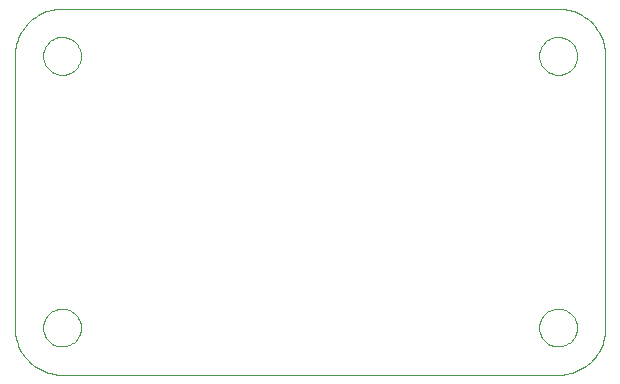
<source format=gbp>
G75*
G70*
%OFA0B0*%
%FSLAX24Y24*%
%IPPOS*%
%LPD*%
%AMOC8*
5,1,8,0,0,1.08239X$1,22.5*
%
%ADD10C,0.0000*%
D10*
X004709Y003416D02*
X021245Y003416D01*
X020615Y004990D02*
X020617Y005040D01*
X020623Y005090D01*
X020633Y005139D01*
X020647Y005187D01*
X020664Y005234D01*
X020685Y005279D01*
X020710Y005323D01*
X020738Y005364D01*
X020770Y005403D01*
X020804Y005440D01*
X020841Y005474D01*
X020881Y005504D01*
X020923Y005531D01*
X020967Y005555D01*
X021013Y005576D01*
X021060Y005592D01*
X021108Y005605D01*
X021158Y005614D01*
X021207Y005619D01*
X021258Y005620D01*
X021308Y005617D01*
X021357Y005610D01*
X021406Y005599D01*
X021454Y005584D01*
X021500Y005566D01*
X021545Y005544D01*
X021588Y005518D01*
X021629Y005489D01*
X021668Y005457D01*
X021704Y005422D01*
X021736Y005384D01*
X021766Y005344D01*
X021793Y005301D01*
X021816Y005257D01*
X021835Y005211D01*
X021851Y005163D01*
X021863Y005114D01*
X021871Y005065D01*
X021875Y005015D01*
X021875Y004965D01*
X021871Y004915D01*
X021863Y004866D01*
X021851Y004817D01*
X021835Y004769D01*
X021816Y004723D01*
X021793Y004679D01*
X021766Y004636D01*
X021736Y004596D01*
X021704Y004558D01*
X021668Y004523D01*
X021629Y004491D01*
X021588Y004462D01*
X021545Y004436D01*
X021500Y004414D01*
X021454Y004396D01*
X021406Y004381D01*
X021357Y004370D01*
X021308Y004363D01*
X021258Y004360D01*
X021207Y004361D01*
X021158Y004366D01*
X021108Y004375D01*
X021060Y004388D01*
X021013Y004404D01*
X020967Y004425D01*
X020923Y004449D01*
X020881Y004476D01*
X020841Y004506D01*
X020804Y004540D01*
X020770Y004577D01*
X020738Y004616D01*
X020710Y004657D01*
X020685Y004701D01*
X020664Y004746D01*
X020647Y004793D01*
X020633Y004841D01*
X020623Y004890D01*
X020617Y004940D01*
X020615Y004990D01*
X021245Y003415D02*
X021322Y003417D01*
X021399Y003423D01*
X021476Y003432D01*
X021552Y003445D01*
X021628Y003462D01*
X021702Y003483D01*
X021776Y003507D01*
X021848Y003535D01*
X021918Y003566D01*
X021987Y003601D01*
X022055Y003639D01*
X022120Y003680D01*
X022183Y003725D01*
X022244Y003773D01*
X022303Y003823D01*
X022359Y003876D01*
X022412Y003932D01*
X022462Y003991D01*
X022510Y004052D01*
X022555Y004115D01*
X022596Y004180D01*
X022634Y004248D01*
X022669Y004317D01*
X022700Y004387D01*
X022728Y004459D01*
X022752Y004533D01*
X022773Y004607D01*
X022790Y004683D01*
X022803Y004759D01*
X022812Y004836D01*
X022818Y004913D01*
X022820Y004990D01*
X022820Y014046D01*
X020615Y014046D02*
X020617Y014096D01*
X020623Y014146D01*
X020633Y014195D01*
X020647Y014243D01*
X020664Y014290D01*
X020685Y014335D01*
X020710Y014379D01*
X020738Y014420D01*
X020770Y014459D01*
X020804Y014496D01*
X020841Y014530D01*
X020881Y014560D01*
X020923Y014587D01*
X020967Y014611D01*
X021013Y014632D01*
X021060Y014648D01*
X021108Y014661D01*
X021158Y014670D01*
X021207Y014675D01*
X021258Y014676D01*
X021308Y014673D01*
X021357Y014666D01*
X021406Y014655D01*
X021454Y014640D01*
X021500Y014622D01*
X021545Y014600D01*
X021588Y014574D01*
X021629Y014545D01*
X021668Y014513D01*
X021704Y014478D01*
X021736Y014440D01*
X021766Y014400D01*
X021793Y014357D01*
X021816Y014313D01*
X021835Y014267D01*
X021851Y014219D01*
X021863Y014170D01*
X021871Y014121D01*
X021875Y014071D01*
X021875Y014021D01*
X021871Y013971D01*
X021863Y013922D01*
X021851Y013873D01*
X021835Y013825D01*
X021816Y013779D01*
X021793Y013735D01*
X021766Y013692D01*
X021736Y013652D01*
X021704Y013614D01*
X021668Y013579D01*
X021629Y013547D01*
X021588Y013518D01*
X021545Y013492D01*
X021500Y013470D01*
X021454Y013452D01*
X021406Y013437D01*
X021357Y013426D01*
X021308Y013419D01*
X021258Y013416D01*
X021207Y013417D01*
X021158Y013422D01*
X021108Y013431D01*
X021060Y013444D01*
X021013Y013460D01*
X020967Y013481D01*
X020923Y013505D01*
X020881Y013532D01*
X020841Y013562D01*
X020804Y013596D01*
X020770Y013633D01*
X020738Y013672D01*
X020710Y013713D01*
X020685Y013757D01*
X020664Y013802D01*
X020647Y013849D01*
X020633Y013897D01*
X020623Y013946D01*
X020617Y013996D01*
X020615Y014046D01*
X021245Y015621D02*
X021322Y015619D01*
X021399Y015613D01*
X021476Y015604D01*
X021552Y015591D01*
X021628Y015574D01*
X021702Y015553D01*
X021776Y015529D01*
X021848Y015501D01*
X021918Y015470D01*
X021987Y015435D01*
X022055Y015397D01*
X022120Y015356D01*
X022183Y015311D01*
X022244Y015263D01*
X022303Y015213D01*
X022359Y015160D01*
X022412Y015104D01*
X022462Y015045D01*
X022510Y014984D01*
X022555Y014921D01*
X022596Y014856D01*
X022634Y014788D01*
X022669Y014719D01*
X022700Y014649D01*
X022728Y014577D01*
X022752Y014503D01*
X022773Y014429D01*
X022790Y014353D01*
X022803Y014277D01*
X022812Y014200D01*
X022818Y014123D01*
X022820Y014046D01*
X021245Y015620D02*
X004709Y015620D01*
X004079Y014046D02*
X004081Y014096D01*
X004087Y014146D01*
X004097Y014195D01*
X004111Y014243D01*
X004128Y014290D01*
X004149Y014335D01*
X004174Y014379D01*
X004202Y014420D01*
X004234Y014459D01*
X004268Y014496D01*
X004305Y014530D01*
X004345Y014560D01*
X004387Y014587D01*
X004431Y014611D01*
X004477Y014632D01*
X004524Y014648D01*
X004572Y014661D01*
X004622Y014670D01*
X004671Y014675D01*
X004722Y014676D01*
X004772Y014673D01*
X004821Y014666D01*
X004870Y014655D01*
X004918Y014640D01*
X004964Y014622D01*
X005009Y014600D01*
X005052Y014574D01*
X005093Y014545D01*
X005132Y014513D01*
X005168Y014478D01*
X005200Y014440D01*
X005230Y014400D01*
X005257Y014357D01*
X005280Y014313D01*
X005299Y014267D01*
X005315Y014219D01*
X005327Y014170D01*
X005335Y014121D01*
X005339Y014071D01*
X005339Y014021D01*
X005335Y013971D01*
X005327Y013922D01*
X005315Y013873D01*
X005299Y013825D01*
X005280Y013779D01*
X005257Y013735D01*
X005230Y013692D01*
X005200Y013652D01*
X005168Y013614D01*
X005132Y013579D01*
X005093Y013547D01*
X005052Y013518D01*
X005009Y013492D01*
X004964Y013470D01*
X004918Y013452D01*
X004870Y013437D01*
X004821Y013426D01*
X004772Y013419D01*
X004722Y013416D01*
X004671Y013417D01*
X004622Y013422D01*
X004572Y013431D01*
X004524Y013444D01*
X004477Y013460D01*
X004431Y013481D01*
X004387Y013505D01*
X004345Y013532D01*
X004305Y013562D01*
X004268Y013596D01*
X004234Y013633D01*
X004202Y013672D01*
X004174Y013713D01*
X004149Y013757D01*
X004128Y013802D01*
X004111Y013849D01*
X004097Y013897D01*
X004087Y013946D01*
X004081Y013996D01*
X004079Y014046D01*
X003134Y014046D02*
X003136Y014123D01*
X003142Y014200D01*
X003151Y014277D01*
X003164Y014353D01*
X003181Y014429D01*
X003202Y014503D01*
X003226Y014577D01*
X003254Y014649D01*
X003285Y014719D01*
X003320Y014788D01*
X003358Y014856D01*
X003399Y014921D01*
X003444Y014984D01*
X003492Y015045D01*
X003542Y015104D01*
X003595Y015160D01*
X003651Y015213D01*
X003710Y015263D01*
X003771Y015311D01*
X003834Y015356D01*
X003899Y015397D01*
X003967Y015435D01*
X004036Y015470D01*
X004106Y015501D01*
X004178Y015529D01*
X004252Y015553D01*
X004326Y015574D01*
X004402Y015591D01*
X004478Y015604D01*
X004555Y015613D01*
X004632Y015619D01*
X004709Y015621D01*
X003135Y014046D02*
X003135Y004990D01*
X004079Y004990D02*
X004081Y005040D01*
X004087Y005090D01*
X004097Y005139D01*
X004111Y005187D01*
X004128Y005234D01*
X004149Y005279D01*
X004174Y005323D01*
X004202Y005364D01*
X004234Y005403D01*
X004268Y005440D01*
X004305Y005474D01*
X004345Y005504D01*
X004387Y005531D01*
X004431Y005555D01*
X004477Y005576D01*
X004524Y005592D01*
X004572Y005605D01*
X004622Y005614D01*
X004671Y005619D01*
X004722Y005620D01*
X004772Y005617D01*
X004821Y005610D01*
X004870Y005599D01*
X004918Y005584D01*
X004964Y005566D01*
X005009Y005544D01*
X005052Y005518D01*
X005093Y005489D01*
X005132Y005457D01*
X005168Y005422D01*
X005200Y005384D01*
X005230Y005344D01*
X005257Y005301D01*
X005280Y005257D01*
X005299Y005211D01*
X005315Y005163D01*
X005327Y005114D01*
X005335Y005065D01*
X005339Y005015D01*
X005339Y004965D01*
X005335Y004915D01*
X005327Y004866D01*
X005315Y004817D01*
X005299Y004769D01*
X005280Y004723D01*
X005257Y004679D01*
X005230Y004636D01*
X005200Y004596D01*
X005168Y004558D01*
X005132Y004523D01*
X005093Y004491D01*
X005052Y004462D01*
X005009Y004436D01*
X004964Y004414D01*
X004918Y004396D01*
X004870Y004381D01*
X004821Y004370D01*
X004772Y004363D01*
X004722Y004360D01*
X004671Y004361D01*
X004622Y004366D01*
X004572Y004375D01*
X004524Y004388D01*
X004477Y004404D01*
X004431Y004425D01*
X004387Y004449D01*
X004345Y004476D01*
X004305Y004506D01*
X004268Y004540D01*
X004234Y004577D01*
X004202Y004616D01*
X004174Y004657D01*
X004149Y004701D01*
X004128Y004746D01*
X004111Y004793D01*
X004097Y004841D01*
X004087Y004890D01*
X004081Y004940D01*
X004079Y004990D01*
X003134Y004990D02*
X003136Y004913D01*
X003142Y004836D01*
X003151Y004759D01*
X003164Y004683D01*
X003181Y004607D01*
X003202Y004533D01*
X003226Y004459D01*
X003254Y004387D01*
X003285Y004317D01*
X003320Y004248D01*
X003358Y004180D01*
X003399Y004115D01*
X003444Y004052D01*
X003492Y003991D01*
X003542Y003932D01*
X003595Y003876D01*
X003651Y003823D01*
X003710Y003773D01*
X003771Y003725D01*
X003834Y003680D01*
X003899Y003639D01*
X003967Y003601D01*
X004036Y003566D01*
X004106Y003535D01*
X004178Y003507D01*
X004252Y003483D01*
X004326Y003462D01*
X004402Y003445D01*
X004478Y003432D01*
X004555Y003423D01*
X004632Y003417D01*
X004709Y003415D01*
M02*

</source>
